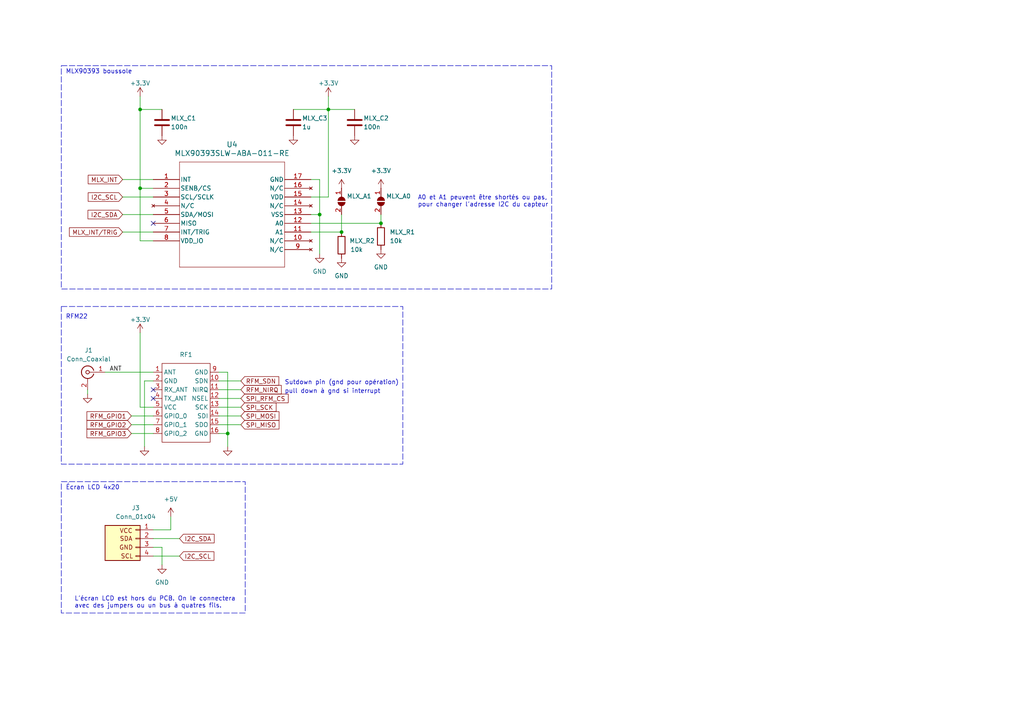
<source format=kicad_sch>
(kicad_sch (version 20231120) (generator "eeschema") (generator_version "8.0")
  (paper "A4")
  (lib_symbols
    (symbol "+3.3V_1" (power) (pin_numbers hide) (pin_names (offset 0) hide)
      (property "Value" "+3.3V" (at 0 3.556 0))
      (symbol "+3.3V_1_0_1"
        (polyline (pts (xy -0.762 1.27) (xy 0 2.54)))
        (polyline (pts (xy 0 0) (xy 0 2.54)))
        (polyline (pts (xy 0 2.54) (xy 0.762 1.27)))
      )
      (symbol "+3.3V_1_1_1"
        (pin power_in line (at 0 0 90) (length 0) (name "~") (number "1"))
      )
    )
    (symbol "Connector:Conn_Coaxial" (pin_names (offset 1.016) hide)
      (property "Reference" "J" (at 0.254 3.048 0))
      (property "Value" "Conn_Coaxial" (at 2.921 0 90))
      (symbol "Conn_Coaxial_0_1"
        (arc (start -1.778 -0.508) (mid 0.2311 -1.8066) (end 1.778 0) (stroke (width 0.254)))
        (polyline (pts (xy -2.54 0) (xy -0.508 0)))
        (polyline (pts (xy 0 -2.54) (xy 0 -1.778)))
        (circle (center 0 0) (radius 0.508) (stroke (width 0.2032)))
        (arc (start 1.778 0) (mid 0.2099 1.8101) (end -1.778 0.508) (stroke (width 0.254)))
      )
      (symbol "Conn_Coaxial_1_1"
        (pin passive line (at -5.08 0 0) (length 2.54) (name "In") (number "1"))
        (pin passive line (at 0 -5.08 90) (length 2.54) (name "Ext") (number "2"))
      )
    )
    (symbol "Connector_Generic:Conn_01x04" (pin_names (offset 1.016) hide)
      (property "Reference" "J3" (at 0 8.89 0))
      (property "Value" "Conn_01x04" (at 0 6.35 0))
      (symbol "Conn_01x04_1_1"
        (rectangle (start -1.27 -4.953) (end 0 -5.207) (stroke (width 0.1524)))
        (rectangle (start -1.27 -2.413) (end 0 -2.667) (stroke (width 0.1524)))
        (rectangle (start -1.27 0.127) (end 0 -0.127) (stroke (width 0.1524)))
        (rectangle (start -1.27 2.667) (end 0 2.413) (stroke (width 0.1524)))
        (rectangle (start -1.27 3.81) (end 8.89 -6.35) (stroke (width 0.254)) (fill (type background)))
        (text "GND" (at 2.794 -2.54 0) (effects (font (size 1.27 1.27))))
        (text "SCL" (at 2.54 -5.08 0) (effects (font (size 1.27 1.27))))
        (text "SDA" (at 2.794 0 0) (effects (font (size 1.27 1.27))))
        (text "VCC" (at 2.794 2.286 0) (effects (font (size 1.27 1.27))))
        (pin passive line (at -5.08 2.54 0) (length 3.81) (name "GND") (number "1"))
        (pin passive line (at -5.08 0 0) (length 3.81) (name "VCC") (number "2"))
        (pin passive line (at -5.08 -2.54 0) (length 3.81) (name "SDA") (number "3"))
        (pin passive line (at -5.08 -5.08 0) (length 3.81) (name "SCL") (number "4"))
      )
    )
    (symbol "Device:C" (pin_numbers hide) (pin_names (offset 0.254))
      (property "Reference" "C" (at 0.635 2.54 0))
      (property "Value" "C" (at 0.635 -2.54 0))
      (symbol "C_0_1"
        (polyline (pts (xy -2.032 -0.762) (xy 2.032 -0.762)) (stroke (width 0.508)))
        (polyline (pts (xy -2.032 0.762) (xy 2.032 0.762)) (stroke (width 0.508)))
      )
      (symbol "C_1_1"
        (pin passive line (at 0 3.81 270) (length 2.794) (name "~") (number "1"))
        (pin passive line (at 0 -3.81 90) (length 2.794) (name "~") (number "2"))
      )
    )
    (symbol "Device:R" (pin_numbers hide) (pin_names (offset 0))
      (property "Reference" "R" (at 2.032 0 90))
      (property "Value" "R" (at 0 0 90))
      (symbol "R_0_1"
        (rectangle (start -1.016 -2.54) (end 1.016 2.54) (stroke (width 0.254)))
      )
      (symbol "R_1_1"
        (pin passive line (at 0 3.81 270) (length 1.27) (name "~") (number "1"))
        (pin passive line (at 0 -3.81 90) (length 1.27) (name "~") (number "2"))
      )
    )
    (symbol "Jumper:SolderJumper_2_Open" (pin_names (offset 0) hide)
      (property "Reference" "JP" (at 0 2.032 0))
      (property "Value" "SolderJumper_2_Open" (at 0 -2.54 0))
      (symbol "SolderJumper_2_Open_0_1"
        (arc (start -0.254 1.016) (mid -1.2656 0) (end -0.254 -1.016))
        (arc (start -0.254 1.016) (mid -1.2656 0) (end -0.254 -1.016) (fill (type outline)))
        (polyline (pts (xy -0.254 1.016) (xy -0.254 -1.016)))
        (polyline (pts (xy 0.254 1.016) (xy 0.254 -1.016)))
        (arc (start 0.254 -1.016) (mid 1.2656 0) (end 0.254 1.016))
        (arc (start 0.254 -1.016) (mid 1.2656 0) (end 0.254 1.016) (fill (type outline)))
      )
      (symbol "SolderJumper_2_Open_1_1"
        (pin passive line (at -3.81 0 0) (length 2.54) (name "A") (number "1"))
        (pin passive line (at 3.81 0 180) (length 2.54) (name "B") (number "2"))
      )
    )
    (symbol "power:+3.3V" (power) (pin_names (offset 0))
      (property "Value" "+3.3V" (at 0 3.556 0))
      (symbol "+3.3V_0_1"
        (polyline (pts (xy -0.762 1.27) (xy 0 2.54)))
        (polyline (pts (xy 0 0) (xy 0 2.54)))
        (polyline (pts (xy 0 2.54) (xy 0.762 1.27)))
      )
      (symbol "+3.3V_1_1"
        (pin power_in line (at 0 0 90) (length 0) hide (name "+3.3V") (number "1"))
      )
    )
    (symbol "power:+5V" (power) (pin_names (offset 0))
      (property "Value" "+5V" (at 0 3.556 0))
      (symbol "+5V_0_1"
        (polyline (pts (xy -0.762 1.27) (xy 0 2.54)))
        (polyline (pts (xy 0 0) (xy 0 2.54)))
        (polyline (pts (xy 0 2.54) (xy 0.762 1.27)))
      )
      (symbol "+5V_1_1"
        (pin power_in line (at 0 0 90) (length 0) hide (name "+5V") (number "1"))
      )
    )
    (symbol "power:GND" (power) (pin_names (offset 0))
      (property "Value" "GND" (at 0 -3.81 0))
      (symbol "GND_0_1"
        (polyline (pts (xy 0 0) (xy 0 -1.27) (xy 1.27 -1.27) (xy 0 -2.54) (xy -1.27 -1.27) (xy 0 -1.27)))
      )
      (symbol "GND_1_1"
        (pin power_in line (at 0 0 270) (length 0) hide (name "GND") (number "1"))
      )
    )
    (symbol "symbol-receiver:MLX90393SLW-ABA-011-RE" (pin_names (offset 0.254))
      (property "Reference" "U" (at 22.86 10.16 0))
      (property "Value" "MLX90393SLW-ABA-011-RE" (at 22.86 7.62 0))
      (symbol "MLX90393SLW-ABA-011-RE_1_1"
        (polyline (pts (xy 7.62 -25.4) (xy 38.1 -25.4)) (stroke (width 0.127)))
        (polyline (pts (xy 7.62 5.08) (xy 7.62 -25.4)) (stroke (width 0.127)))
        (polyline (pts (xy 38.1 -25.4) (xy 38.1 5.08)) (stroke (width 0.127)))
        (polyline (pts (xy 38.1 5.08) (xy 7.62 5.08)) (stroke (width 0.127)))
        (pin output line (at 0 0 0) (length 7.62) (name "INT") (number "1"))
        (pin no_connect line (at 45.72 -17.78 180) (length 7.62) (name "N/C") (number "10"))
        (pin input line (at 45.72 -15.24 180) (length 7.62) (name "A1") (number "11"))
        (pin input line (at 45.72 -12.7 180) (length 7.62) (name "A0") (number "12"))
        (pin power_out line (at 45.72 -10.16 180) (length 7.62) (name "VSS") (number "13"))
        (pin no_connect line (at 45.72 -7.62 180) (length 7.62) (name "N/C") (number "14"))
        (pin power_in line (at 45.72 -5.08 180) (length 7.62) (name "VDD") (number "15"))
        (pin no_connect line (at 45.72 -2.54 180) (length 7.62) (name "N/C") (number "16"))
        (pin power_out line (at 45.72 0 180) (length 7.62) (name "GND") (number "17"))
        (pin input line (at 0 -2.54 0) (length 7.62) (name "SENB/CS") (number "2"))
        (pin input line (at 0 -5.08 0) (length 7.62) (name "SCL/SCLK") (number "3"))
        (pin no_connect line (at 0 -7.62 0) (length 7.62) (name "N/C") (number "4"))
        (pin bidirectional line (at 0 -10.16 0) (length 7.62) (name "SDA/MOSI") (number "5"))
        (pin output line (at 0 -12.7 0) (length 7.62) (name "MISO") (number "6"))
        (pin bidirectional line (at 0 -15.24 0) (length 7.62) (name "INT/TRIG") (number "7"))
        (pin power_in line (at 0 -17.78 0) (length 7.62) (name "VDD_IO") (number "8"))
        (pin no_connect line (at 45.72 -20.32 180) (length 7.62) (name "N/C") (number "9"))
      )
    )
    (symbol "symbol-receiver:RFM22B-S2"
      (property "Reference" "RF" (at -1.27 3.81 0))
      (symbol "RFM22B-S2_0_0"
        (pin bidirectional line (at -10.16 0 0) (length 2.54) (name "ANT") (number "1"))
        (pin input line (at 8.89 -2.54 180) (length 2.54) (name "SDN") (number "10"))
        (pin bidirectional line (at 8.89 -5.08 180) (length 2.54) (name "NIRQ") (number "11"))
        (pin input line (at 8.89 -7.62 180) (length 2.54) (name "NSEL") (number "12"))
        (pin input line (at 8.89 -10.16 180) (length 2.54) (name "SCK") (number "13"))
        (pin input line (at 8.89 -12.7 180) (length 2.54) (name "SDI") (number "14"))
        (pin input line (at 8.89 -15.24 180) (length 2.54) (name "SDO") (number "15"))
        (pin power_in line (at 8.89 -17.78 180) (length 2.54) (name "GND") (number "16"))
        (pin power_in line (at -10.16 -2.54 0) (length 2.54) (name "GND") (number "2"))
        (pin input line (at -10.16 -5.08 0) (length 2.54) (name "RX_ANT") (number "3"))
        (pin output line (at -10.16 -7.62 0) (length 2.54) (name "TX_ANT") (number "4"))
        (pin power_in line (at -10.16 -10.16 0) (length 2.54) (name "VCC") (number "5"))
        (pin bidirectional line (at -10.16 -12.7 0) (length 2.54) (name "GPIO_0") (number "6"))
        (pin bidirectional line (at -10.16 -15.24 0) (length 2.54) (name "GPIO_1") (number "7"))
        (pin bidirectional line (at -10.16 -17.78 0) (length 2.54) (name "GPIO_2") (number "8"))
        (pin power_in line (at 8.89 0 180) (length 2.54) (name "GND") (number "9"))
      )
      (symbol "RFM22B-S2_0_1"
        (rectangle (start -7.62 2.54) (end 6.35 -20.32))
      )
    )
  )
  (junction (at 92.71 62.23))
  (junction (at 40.64 54.61))
  (junction (at 40.64 31.75))
  (junction (at 95.25 31.75))
  (junction (at 66.04 125.73))
  (junction (at 99.06 67.31))
  (junction (at 110.49 64.77))
  (no_connect (at 44.45 113.03))
  (no_connect (at 44.45 64.77))
  (no_connect (at 44.45 115.57))
  (wire (pts (xy 63.5 118.11) (xy 69.85 118.11)))
  (wire (pts (xy 63.5 113.03) (xy 69.85 113.03)))
  (wire (pts (xy 35.56 52.07) (xy 44.45 52.07)))
  (wire (pts (xy 30.48 107.95) (xy 44.45 107.95)))
  (wire (pts (xy 40.64 118.11) (xy 44.45 118.11)))
  (wire (pts (xy 35.56 62.23) (xy 44.45 62.23)))
  (wire (pts (xy 102.87 31.75) (xy 95.25 31.75)))
  (wire (pts (xy 40.64 54.61) (xy 44.45 54.61)))
  (wire (pts (xy 44.45 69.85) (xy 40.64 69.85)))
  (wire (pts (xy 90.17 57.15) (xy 95.25 57.15)))
  (wire (pts (xy 41.91 110.49) (xy 41.91 129.54)))
  (wire (pts (xy 63.5 123.19) (xy 69.85 123.19)))
  (wire (pts (xy 40.64 96.52) (xy 40.64 118.11)))
  (wire (pts (xy 38.1 123.19) (xy 44.45 123.19)))
  (wire (pts (xy 44.45 158.75) (xy 46.99 158.75)))
  (wire (pts (xy 92.71 62.23) (xy 92.71 73.66)))
  (wire (pts (xy 66.04 107.95) (xy 66.04 125.73)))
  (wire (pts (xy 92.71 52.07) (xy 92.71 62.23)))
  (wire (pts (xy 95.25 27.94) (xy 95.25 31.75)))
  (wire (pts (xy 66.04 125.73) (xy 66.04 129.54)))
  (wire (pts (xy 40.64 54.61) (xy 40.64 31.75)))
  (wire (pts (xy 90.17 67.31) (xy 99.06 67.31)))
  (wire (pts (xy 40.64 31.75) (xy 46.99 31.75)))
  (wire (pts (xy 95.25 31.75) (xy 95.25 57.15)))
  (wire (pts (xy 63.5 110.49) (xy 69.85 110.49)))
  (wire (pts (xy 44.45 156.21) (xy 52.07 156.21)))
  (wire (pts (xy 44.45 153.67) (xy 49.53 153.67)))
  (wire (pts (xy 38.1 120.65) (xy 44.45 120.65)))
  (wire (pts (xy 90.17 64.77) (xy 110.49 64.77)))
  (wire (pts (xy 40.64 27.94) (xy 40.64 31.75)))
  (wire (pts (xy 44.45 110.49) (xy 41.91 110.49)))
  (wire (pts (xy 25.4 114.3) (xy 25.4 113.03)))
  (wire (pts (xy 99.06 62.23) (xy 99.06 67.31)))
  (wire (pts (xy 90.17 62.23) (xy 92.71 62.23)))
  (wire (pts (xy 63.5 115.57) (xy 69.85 115.57)))
  (wire (pts (xy 40.64 69.85) (xy 40.64 54.61)))
  (wire (pts (xy 35.56 67.31) (xy 44.45 67.31)))
  (wire (pts (xy 63.5 107.95) (xy 66.04 107.95)))
  (wire (pts (xy 90.17 52.07) (xy 92.71 52.07)))
  (wire (pts (xy 46.99 158.75) (xy 46.99 163.83)))
  (wire (pts (xy 38.1 125.73) (xy 44.45 125.73)))
  (wire (pts (xy 110.49 62.23) (xy 110.49 64.77)))
  (wire (pts (xy 63.5 120.65) (xy 69.85 120.65)))
  (wire (pts (xy 63.5 125.73) (xy 66.04 125.73)))
  (wire (pts (xy 44.45 161.29) (xy 52.07 161.29)))
  (wire (pts (xy 85.09 31.75) (xy 95.25 31.75)))
  (wire (pts (xy 35.56 57.15) (xy 44.45 57.15)))
  (wire (pts (xy 49.53 153.67) (xy 49.53 149.86)))
  (rectangle (start 17.78 88.9) (end 116.84 134.62) (stroke (width 0) (type dash)))
  (rectangle (start 17.78 139.7) (end 71.12 177.8) (stroke (width 0) (type dash)))
  (rectangle (start 17.78 19.05) (end 160.02 83.82) (stroke (width 0) (type dash)))
  (text "L'écran LCD est hors du PCB. On le connectera\navec des jumpers ou un bus à quatres fils." (at 21.59 176.53 0) (effects (font (size 1.27 1.27)) (justify left bottom)))
  (text "pull down à gnd si interrupt" (at 82.55 114.3 0) (effects (font (size 1.27 1.27)) (justify left bottom)))
  (text "Sutdown pin (gnd pour opération)" (at 82.55 111.76 0) (effects (font (size 1.27 1.27)) (justify left bottom)))
  (text "MLX90393 boussole" (at 19.05 21.59 0) (effects (font (size 1.27 1.27)) (justify left bottom)))
  (text "RFM22" (at 19.05 92.71 0) (effects (font (size 1.27 1.27)) (justify left bottom)))
  (text "A0 et A1 peuvent être shortés ou pas,\npour changer l'adresse I2C du capteur" (at 121.158 60.198 0) (effects (font (size 1.27 1.27)) (justify left bottom)))
  (text "Écran LCD 4x20" (at 19.05 142.24 0) (effects (font (size 1.27 1.27)) (justify left bottom)))
  (label "ANT" (at 31.75 107.95 0))
  (global_label "I2C_SDA" (shape input) (at 35.56 62.23 180) (property "Intersheetrefs" "${INTERSHEET_REFS}" (effects (hide yes))))
  (global_label "SPI_MOSI" (shape input) (at 69.85 120.65 0) (property "Intersheetrefs" "${INTERSHEET_REFS}" (effects (hide yes))))
  (global_label "SPI_MISO" (shape input) (at 69.85 123.19 0) (property "Intersheetrefs" "${INTERSHEET_REFS}" (effects (hide yes))))
  (global_label "RFM_NIRQ" (shape input) (at 69.85 113.03 0) (property "Intersheetrefs" "${INTERSHEET_REFS}" (effects (hide yes))))
  (global_label "I2C_SCL" (shape input) (at 52.07 161.29 0) (property "Intersheetrefs" "${INTERSHEET_REFS}" (effects (hide yes))))
  (global_label "MLX_INT{slash}TRIG" (shape input) (at 35.56 67.31 180) (property "Intersheetrefs" "${INTERSHEET_REFS}" (effects (hide yes))))
  (global_label "SPI_RFM_CS" (shape input) (at 69.85 115.57 0) (property "Intersheetrefs" "${INTERSHEET_REFS}" (effects (hide yes))))
  (global_label "I2C_SCL" (shape input) (at 35.56 57.15 180) (property "Intersheetrefs" "${INTERSHEET_REFS}" (effects (hide yes))))
  (global_label "RFM_GPIO2" (shape input) (at 38.1 123.19 180) (property "Intersheetrefs" "${INTERSHEET_REFS}" (effects (hide yes))))
  (global_label "I2C_SDA" (shape input) (at 52.07 156.21 0) (property "Intersheetrefs" "${INTERSHEET_REFS}" (effects (hide yes))))
  (global_label "MLX_INT" (shape input) (at 35.56 52.07 180) (property "Intersheetrefs" "${INTERSHEET_REFS}" (effects (hide yes))))
  (global_label "RFM_GPIO1" (shape input) (at 38.1 120.65 180) (property "Intersheetrefs" "${INTERSHEET_REFS}" (effects (hide yes))))
  (global_label "RFM_GPIO3" (shape input) (at 38.1 125.73 180) (property "Intersheetrefs" "${INTERSHEET_REFS}" (effects (hide yes))))
  (global_label "RFM_SDN" (shape input) (at 69.85 110.49 0) (property "Intersheetrefs" "${INTERSHEET_REFS}" (effects (hide yes))))
  (global_label "SPI_SCK" (shape input) (at 69.85 118.11 0) (property "Intersheetrefs" "${INTERSHEET_REFS}" (effects (hide yes))))
  (symbol (lib_id "power:GND") (at 46.99 163.83 0) (unit 1)
    (property "Reference" "#PWR014" (effects (hide yes)))
    (property "Value" "GND" (at 46.99 168.91 0))
  )
  (symbol (lib_id "Device:R") (at 99.06 71.12 0) (unit 1)
    (property "Reference" "MLX_R2" (at 101.346 69.85 0) (effects (justify left)))
    (property "Value" "10k" (at 101.6 72.39 0) (effects (justify left)))
    (property "Footprint" "Resistor_SMD:R_0402_1005Metric" (effects (hide yes)))
  )
  (symbol (lib_id "power:GND") (at 102.87 39.37 0) (unit 1)
    (property "Reference" "#PWR010" (effects (hide yes)))
    (property "Value" "GND" (effects (hide yes)))
  )
  (symbol (lib_id "power:GND") (at 41.91 129.54 0) (unit 1)
    (property "Reference" "#PWR012" (effects (hide yes)))
    (property "Value" "GND" (effects (hide yes)))
  )
  (symbol (lib_id "power:GND") (at 99.06 74.93 0) (unit 1)
    (property "Reference" "#PWR08" (effects (hide yes)))
    (property "Value" "GND" (at 99.06 80.01 0))
  )
  (symbol (lib_id "power:+3.3V") (at 95.25 27.94 0) (unit 1)
    (property "Reference" "#PWR031" (effects (hide yes)))
    (property "Value" "+3.3V" (at 95.25 24.13 0))
  )
  (symbol (lib_id "power:+3.3V") (at 40.64 27.94 0) (unit 1)
    (property "Reference" "#PWR032" (effects (hide yes)))
    (property "Value" "+3.3V" (at 40.64 24.13 0))
  )
  (symbol (lib_id "power:GND") (at 85.09 39.37 0) (unit 1)
    (property "Reference" "#PWR063" (effects (hide yes)))
    (property "Value" "GND" (effects (hide yes)))
  )
  (symbol (lib_id "Jumper:SolderJumper_2_Open") (at 110.49 58.42 270) (unit 1)
    (property "Reference" "MLX_A0" (at 112.014 56.896 90) (effects (justify left)))
    (property "Value" "0" (effects (hide yes)))
    (property "Footprint" "Jumper:SolderJumper-2_P1.3mm_Open_TrianglePad1.0x1.5mm" (effects (hide yes)))
  )
  (symbol (lib_id "Device:R") (at 110.49 68.58 0) (unit 1)
    (property "Reference" "MLX_R1" (at 113.03 67.31 0) (effects (justify left)))
    (property "Value" "10k" (at 113.03 69.85 0) (effects (justify left)))
    (property "Footprint" "Resistor_SMD:R_0402_1005Metric" (effects (hide yes)))
  )
  (symbol (lib_id "Device:C") (at 102.87 35.56 0) (unit 1)
    (property "Reference" "MLX_C2" (at 105.41 34.29 0) (effects (justify left)))
    (property "Value" "100n" (at 105.41 36.83 0) (effects (justify left)))
    (property "Footprint" "Capacitor_SMD:C_0402_1005Metric" (effects (hide yes)))
  )
  (symbol (lib_id "power:GND") (at 66.04 129.54 0) (unit 1)
    (property "Reference" "#PWR013" (effects (hide yes)))
    (property "Value" "GND" (effects (hide yes)))
  )
  (symbol (lib_id "power:GND") (at 46.99 39.37 0) (unit 1)
    (property "Reference" "#PWR011" (effects (hide yes)))
    (property "Value" "GND" (effects (hide yes)))
  )
  (symbol (lib_id "symbol-receiver:MLX90393SLW-ABA-011-RE") (at 44.45 52.07 0) (unit 1)
    (property "Reference" "U4" (at 67.31 41.91 0) (effects (font (size 1.524 1.524))))
    (property "Value" "MLX90393SLW-ABA-011-RE" (at 67.31 44.45 0) (effects (font (size 1.524 1.524))))
    (property "Footprint" "Footprints:QFN-16_MLX90393_MEL-L" (effects (hide yes)))
    (property "Datasheet" "MLX90393SLW-ABA-011-RE" (effects (hide yes)))
  )
  (symbol (lib_id "power:+5V") (at 49.53 149.86 0) (unit 1)
    (property "Reference" "#PWR019" (effects (hide yes)))
    (property "Value" "+5V" (at 49.53 144.78 0))
  )
  (symbol (lib_id "power:GND") (at 25.4 114.3 0) (unit 1)
    (property "Reference" "#PWR057" (effects (hide yes)))
    (property "Value" "GND" (effects (hide yes)))
  )
  (symbol (lib_id "symbol-receiver:RFM22B-S2") (at 54.61 107.95 0) (unit 1)
    (property "Reference" "RF1" (at 53.975 102.87 0))
    (property "Footprint" "Footprints:RFM22b-S2" (effects (hide yes)))
    (property "Datasheet" "https://www.sparkfun.com/datasheets/Wireless/General/RFM22B.pdf" (effects (hide yes)))
  )
  (symbol (lib_name "+3.3V_1") (lib_id "power:+3.3V") (at 110.49 54.61 0) (unit 1)
    (property "Reference" "#PWR060" (effects (hide yes)))
    (property "Value" "+3.3V" (at 110.49 49.53 0))
    (property "Description" "Power symbol creates a global label with name \"+3.3V\"" (effects (hide yes)))
  )
  (symbol (lib_id "Device:C") (at 46.99 35.56 0) (unit 1)
    (property "Reference" "MLX_C1" (at 49.53 34.29 0) (effects (justify left)))
    (property "Value" "100n" (at 49.53 36.83 0) (effects (justify left)))
    (property "Footprint" "Capacitor_SMD:C_0402_1005Metric" (effects (hide yes)))
  )
  (symbol (lib_id "Device:C") (at 85.09 35.56 0) (unit 1)
    (property "Reference" "MLX_C3" (at 87.63 34.29 0) (effects (justify left)))
    (property "Value" "1u" (at 87.63 36.83 0) (effects (justify left)))
    (property "Footprint" "Capacitor_SMD:C_0603_1608Metric" (effects (hide yes)))
  )
  (symbol (lib_id "power:+3.3V") (at 40.64 96.52 0) (unit 1)
    (property "Reference" "#PWR017" (effects (hide yes)))
    (property "Value" "+3.3V" (at 40.64 92.71 0))
  )
  (symbol (lib_id "power:GND") (at 110.49 72.39 0) (unit 1)
    (property "Reference" "#PWR09" (effects (hide yes)))
    (property "Value" "GND" (at 110.49 77.47 0))
  )
  (symbol (lib_id "Jumper:SolderJumper_2_Open") (at 99.06 58.42 270) (unit 1)
    (property "Reference" "MLX_A1" (at 100.584 56.896 90) (effects (justify left)))
    (property "Value" "0" (effects (hide yes)))
    (property "Footprint" "Jumper:SolderJumper-2_P1.3mm_Open_TrianglePad1.0x1.5mm" (effects (hide yes)))
  )
  (symbol (lib_id "Connector_Generic:Conn_01x04") (at 39.37 156.21 0) (mirror y) (unit 1)
    (property "Reference" "J3" (at 39.37 147.32 0))
    (property "Value" "Conn_01x04" (at 39.37 149.86 0))
    (property "Footprint" "Connector_PinHeader_2.00mm:PinHeader_1x04_P2.00mm_Vertical" (effects (hide yes)))
  )
  (symbol (lib_name "+3.3V_1") (lib_id "power:+3.3V") (at 99.06 54.61 0) (unit 1)
    (property "Reference" "#PWR059" (effects (hide yes)))
    (property "Value" "+3.3V" (at 99.06 49.53 0))
    (property "Description" "Power symbol creates a global label with name \"+3.3V\"" (effects (hide yes)))
  )
  (symbol (lib_id "power:GND") (at 92.71 73.66 0) (unit 1)
    (property "Reference" "#PWR07" (effects (hide yes)))
    (property "Value" "GND" (at 92.71 78.74 0))
  )
  (symbol (lib_id "Connector:Conn_Coaxial") (at 25.4 107.95 0) (mirror y) (unit 1)
    (property "Reference" "J1" (at 25.7174 101.6 0))
    (property "Value" "Conn_Coaxial" (at 25.7174 104.14 0))
    (property "Footprint" "Footprints:SMA_90deg" (effects (hide yes)))
    (property "Datasheet" "https://www.digikey.ca/en/products/detail/adam-tech/RF2-03E-T-00-50-G/9831386" (effects (hide yes)))
  )
)
</source>
